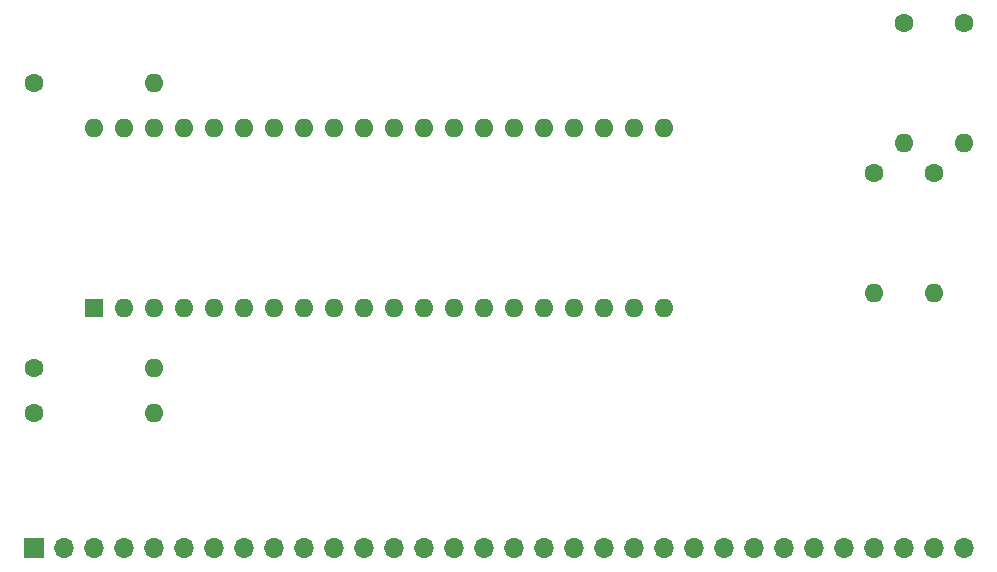
<source format=gbr>
%TF.GenerationSoftware,KiCad,Pcbnew,7.0.5*%
%TF.CreationDate,2023-06-09T17:19:17+02:00*%
%TF.ProjectId,Sorbus-65C02,536f7262-7573-42d3-9635-4330322e6b69,rev?*%
%TF.SameCoordinates,Original*%
%TF.FileFunction,Soldermask,Top*%
%TF.FilePolarity,Negative*%
%FSLAX46Y46*%
G04 Gerber Fmt 4.6, Leading zero omitted, Abs format (unit mm)*
G04 Created by KiCad (PCBNEW 7.0.5) date 2023-06-09 17:19:17*
%MOMM*%
%LPD*%
G01*
G04 APERTURE LIST*
%ADD10C,1.600000*%
%ADD11O,1.600000X1.600000*%
%ADD12R,1.600000X1.600000*%
%ADD13R,1.700000X1.700000*%
%ADD14O,1.700000X1.700000*%
G04 APERTURE END LIST*
D10*
%TO.C,R5*%
X104140000Y-49530000D03*
D11*
X104140000Y-59690000D03*
%TD*%
D10*
%TO.C,R1*%
X27940000Y-66040000D03*
D11*
X38100000Y-66040000D03*
%TD*%
D10*
%TO.C,R2*%
X27940000Y-41910000D03*
D11*
X38100000Y-41910000D03*
%TD*%
D12*
%TO.C,U1*%
X33020000Y-60960000D03*
D11*
X35560000Y-60960000D03*
X38100000Y-60960000D03*
X40640000Y-60960000D03*
X43180000Y-60960000D03*
X45720000Y-60960000D03*
X48260000Y-60960000D03*
X50800000Y-60960000D03*
X53340000Y-60960000D03*
X55880000Y-60960000D03*
X58420000Y-60960000D03*
X60960000Y-60960000D03*
X63500000Y-60960000D03*
X66040000Y-60960000D03*
X68580000Y-60960000D03*
X71120000Y-60960000D03*
X73660000Y-60960000D03*
X76200000Y-60960000D03*
X78740000Y-60960000D03*
X81280000Y-60960000D03*
X81280000Y-45720000D03*
X78740000Y-45720000D03*
X76200000Y-45720000D03*
X73660000Y-45720000D03*
X71120000Y-45720000D03*
X68580000Y-45720000D03*
X66040000Y-45720000D03*
X63500000Y-45720000D03*
X60960000Y-45720000D03*
X58420000Y-45720000D03*
X55880000Y-45720000D03*
X53340000Y-45720000D03*
X50800000Y-45720000D03*
X48260000Y-45720000D03*
X45720000Y-45720000D03*
X43180000Y-45720000D03*
X40640000Y-45720000D03*
X38100000Y-45720000D03*
X35560000Y-45720000D03*
X33020000Y-45720000D03*
%TD*%
D10*
%TO.C,R7*%
X99060000Y-49530000D03*
D11*
X99060000Y-59690000D03*
%TD*%
D10*
%TO.C,R6*%
X101600000Y-36830000D03*
D11*
X101600000Y-46990000D03*
%TD*%
D10*
%TO.C,R4*%
X106680000Y-36830000D03*
D11*
X106680000Y-46990000D03*
%TD*%
D10*
%TO.C,R3*%
X27940000Y-69850000D03*
D11*
X38100000Y-69850000D03*
%TD*%
D13*
%TO.C,J1*%
X27940000Y-81280000D03*
D14*
X30480000Y-81280000D03*
X33020000Y-81280000D03*
X35560000Y-81280000D03*
X38100000Y-81280000D03*
X40640000Y-81280000D03*
X43180000Y-81280000D03*
X45720000Y-81280000D03*
X48260000Y-81280000D03*
X50800000Y-81280000D03*
X53340000Y-81280000D03*
X55880000Y-81280000D03*
X58420000Y-81280000D03*
X60960000Y-81280000D03*
X63500000Y-81280000D03*
X66040000Y-81280000D03*
X68580000Y-81280000D03*
X71120000Y-81280000D03*
X73660000Y-81280000D03*
X76200000Y-81280000D03*
X78740000Y-81280000D03*
X81280000Y-81280000D03*
X83820000Y-81280000D03*
X86360000Y-81280000D03*
X88900000Y-81280000D03*
X91440000Y-81280000D03*
X93980000Y-81280000D03*
X96520000Y-81280000D03*
X99060000Y-81280000D03*
X101600000Y-81280000D03*
X104140000Y-81280000D03*
X106680000Y-81280000D03*
%TD*%
M02*

</source>
